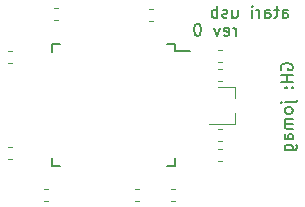
<source format=gbr>
G04 #@! TF.GenerationSoftware,KiCad,Pcbnew,5.1.6-c6e7f7d~86~ubuntu20.04.1*
G04 #@! TF.CreationDate,2020-05-29T14:13:17+02:00*
G04 #@! TF.ProjectId,atari-usb,61746172-692d-4757-9362-2e6b69636164,rev?*
G04 #@! TF.SameCoordinates,Original*
G04 #@! TF.FileFunction,Legend,Bot*
G04 #@! TF.FilePolarity,Positive*
%FSLAX46Y46*%
G04 Gerber Fmt 4.6, Leading zero omitted, Abs format (unit mm)*
G04 Created by KiCad (PCBNEW 5.1.6-c6e7f7d~86~ubuntu20.04.1) date 2020-05-29 14:13:17*
%MOMM*%
%LPD*%
G01*
G04 APERTURE LIST*
%ADD10C,0.150000*%
%ADD11C,0.120000*%
G04 APERTURE END LIST*
D10*
X150843904Y-77033380D02*
X150843904Y-76509571D01*
X150891523Y-76414333D01*
X150986761Y-76366714D01*
X151177238Y-76366714D01*
X151272476Y-76414333D01*
X150843904Y-76985761D02*
X150939142Y-77033380D01*
X151177238Y-77033380D01*
X151272476Y-76985761D01*
X151320095Y-76890523D01*
X151320095Y-76795285D01*
X151272476Y-76700047D01*
X151177238Y-76652428D01*
X150939142Y-76652428D01*
X150843904Y-76604809D01*
X150510571Y-76366714D02*
X150129619Y-76366714D01*
X150367714Y-76033380D02*
X150367714Y-76890523D01*
X150320095Y-76985761D01*
X150224857Y-77033380D01*
X150129619Y-77033380D01*
X149367714Y-77033380D02*
X149367714Y-76509571D01*
X149415333Y-76414333D01*
X149510571Y-76366714D01*
X149701047Y-76366714D01*
X149796285Y-76414333D01*
X149367714Y-76985761D02*
X149462952Y-77033380D01*
X149701047Y-77033380D01*
X149796285Y-76985761D01*
X149843904Y-76890523D01*
X149843904Y-76795285D01*
X149796285Y-76700047D01*
X149701047Y-76652428D01*
X149462952Y-76652428D01*
X149367714Y-76604809D01*
X148891523Y-77033380D02*
X148891523Y-76366714D01*
X148891523Y-76557190D02*
X148843904Y-76461952D01*
X148796285Y-76414333D01*
X148701047Y-76366714D01*
X148605809Y-76366714D01*
X148272476Y-77033380D02*
X148272476Y-76366714D01*
X148272476Y-76033380D02*
X148320095Y-76081000D01*
X148272476Y-76128619D01*
X148224857Y-76081000D01*
X148272476Y-76033380D01*
X148272476Y-76128619D01*
X146605809Y-76366714D02*
X146605809Y-77033380D01*
X147034380Y-76366714D02*
X147034380Y-76890523D01*
X146986761Y-76985761D01*
X146891523Y-77033380D01*
X146748666Y-77033380D01*
X146653428Y-76985761D01*
X146605809Y-76938142D01*
X146177238Y-76985761D02*
X146082000Y-77033380D01*
X145891523Y-77033380D01*
X145796285Y-76985761D01*
X145748666Y-76890523D01*
X145748666Y-76842904D01*
X145796285Y-76747666D01*
X145891523Y-76700047D01*
X146034380Y-76700047D01*
X146129619Y-76652428D01*
X146177238Y-76557190D01*
X146177238Y-76509571D01*
X146129619Y-76414333D01*
X146034380Y-76366714D01*
X145891523Y-76366714D01*
X145796285Y-76414333D01*
X145320095Y-77033380D02*
X145320095Y-76033380D01*
X145320095Y-76414333D02*
X145224857Y-76366714D01*
X145034380Y-76366714D01*
X144939142Y-76414333D01*
X144891523Y-76461952D01*
X144843904Y-76557190D01*
X144843904Y-76842904D01*
X144891523Y-76938142D01*
X144939142Y-76985761D01*
X145034380Y-77033380D01*
X145224857Y-77033380D01*
X145320095Y-76985761D01*
X146899095Y-78557380D02*
X146899095Y-77890714D01*
X146899095Y-78081190D02*
X146851476Y-77985952D01*
X146803857Y-77938333D01*
X146708619Y-77890714D01*
X146613380Y-77890714D01*
X145899095Y-78509761D02*
X145994333Y-78557380D01*
X146184809Y-78557380D01*
X146280047Y-78509761D01*
X146327666Y-78414523D01*
X146327666Y-78033571D01*
X146280047Y-77938333D01*
X146184809Y-77890714D01*
X145994333Y-77890714D01*
X145899095Y-77938333D01*
X145851476Y-78033571D01*
X145851476Y-78128809D01*
X146327666Y-78224047D01*
X145518142Y-77890714D02*
X145280047Y-78557380D01*
X145041952Y-77890714D01*
X143708619Y-77557380D02*
X143613380Y-77557380D01*
X143518142Y-77605000D01*
X143470523Y-77652619D01*
X143422904Y-77747857D01*
X143375285Y-77938333D01*
X143375285Y-78176428D01*
X143422904Y-78366904D01*
X143470523Y-78462142D01*
X143518142Y-78509761D01*
X143613380Y-78557380D01*
X143708619Y-78557380D01*
X143803857Y-78509761D01*
X143851476Y-78462142D01*
X143899095Y-78366904D01*
X143946714Y-78176428D01*
X143946714Y-77938333D01*
X143899095Y-77747857D01*
X143851476Y-77652619D01*
X143803857Y-77605000D01*
X143708619Y-77557380D01*
X150757000Y-81439142D02*
X150709380Y-81343904D01*
X150709380Y-81201047D01*
X150757000Y-81058190D01*
X150852238Y-80962952D01*
X150947476Y-80915333D01*
X151137952Y-80867714D01*
X151280809Y-80867714D01*
X151471285Y-80915333D01*
X151566523Y-80962952D01*
X151661761Y-81058190D01*
X151709380Y-81201047D01*
X151709380Y-81296285D01*
X151661761Y-81439142D01*
X151614142Y-81486761D01*
X151280809Y-81486761D01*
X151280809Y-81296285D01*
X151709380Y-81915333D02*
X150709380Y-81915333D01*
X151185571Y-81915333D02*
X151185571Y-82486761D01*
X151709380Y-82486761D02*
X150709380Y-82486761D01*
X151614142Y-82962952D02*
X151661761Y-83010571D01*
X151709380Y-82962952D01*
X151661761Y-82915333D01*
X151614142Y-82962952D01*
X151709380Y-82962952D01*
X151090333Y-82962952D02*
X151137952Y-83010571D01*
X151185571Y-82962952D01*
X151137952Y-82915333D01*
X151090333Y-82962952D01*
X151185571Y-82962952D01*
X151042714Y-84201047D02*
X151899857Y-84201047D01*
X151995095Y-84153428D01*
X152042714Y-84058190D01*
X152042714Y-84010571D01*
X150709380Y-84201047D02*
X150757000Y-84153428D01*
X150804619Y-84201047D01*
X150757000Y-84248666D01*
X150709380Y-84201047D01*
X150804619Y-84201047D01*
X151709380Y-84820095D02*
X151661761Y-84724857D01*
X151614142Y-84677238D01*
X151518904Y-84629619D01*
X151233190Y-84629619D01*
X151137952Y-84677238D01*
X151090333Y-84724857D01*
X151042714Y-84820095D01*
X151042714Y-84962952D01*
X151090333Y-85058190D01*
X151137952Y-85105809D01*
X151233190Y-85153428D01*
X151518904Y-85153428D01*
X151614142Y-85105809D01*
X151661761Y-85058190D01*
X151709380Y-84962952D01*
X151709380Y-84820095D01*
X151709380Y-85582000D02*
X151042714Y-85582000D01*
X151137952Y-85582000D02*
X151090333Y-85629619D01*
X151042714Y-85724857D01*
X151042714Y-85867714D01*
X151090333Y-85962952D01*
X151185571Y-86010571D01*
X151709380Y-86010571D01*
X151185571Y-86010571D02*
X151090333Y-86058190D01*
X151042714Y-86153428D01*
X151042714Y-86296285D01*
X151090333Y-86391523D01*
X151185571Y-86439142D01*
X151709380Y-86439142D01*
X151709380Y-87343904D02*
X151185571Y-87343904D01*
X151090333Y-87296285D01*
X151042714Y-87201047D01*
X151042714Y-87010571D01*
X151090333Y-86915333D01*
X151661761Y-87343904D02*
X151709380Y-87248666D01*
X151709380Y-87010571D01*
X151661761Y-86915333D01*
X151566523Y-86867714D01*
X151471285Y-86867714D01*
X151376047Y-86915333D01*
X151328428Y-87010571D01*
X151328428Y-87248666D01*
X151280809Y-87343904D01*
X151042714Y-88248666D02*
X151852238Y-88248666D01*
X151947476Y-88201047D01*
X151995095Y-88153428D01*
X152042714Y-88058190D01*
X152042714Y-87915333D01*
X151995095Y-87820095D01*
X151661761Y-88248666D02*
X151709380Y-88153428D01*
X151709380Y-87962952D01*
X151661761Y-87867714D01*
X151614142Y-87820095D01*
X151518904Y-87772476D01*
X151233190Y-87772476D01*
X151137952Y-87820095D01*
X151090333Y-87867714D01*
X151042714Y-87962952D01*
X151042714Y-88153428D01*
X151090333Y-88248666D01*
D11*
X145730279Y-79754000D02*
X145404721Y-79754000D01*
X145730279Y-80774000D02*
X145404721Y-80774000D01*
X139537221Y-77345000D02*
X139862779Y-77345000D01*
X139537221Y-76325000D02*
X139862779Y-76325000D01*
X138394221Y-92585000D02*
X138719779Y-92585000D01*
X138394221Y-91565000D02*
X138719779Y-91565000D01*
X131536221Y-77218000D02*
X131861779Y-77218000D01*
X131536221Y-76198000D02*
X131861779Y-76198000D01*
X130647221Y-92585000D02*
X130972779Y-92585000D01*
X130647221Y-91565000D02*
X130972779Y-91565000D01*
X145730279Y-88136000D02*
X145404721Y-88136000D01*
X145730279Y-89156000D02*
X145404721Y-89156000D01*
X127599221Y-80901000D02*
X127924779Y-80901000D01*
X127599221Y-79881000D02*
X127924779Y-79881000D01*
X127599221Y-89029000D02*
X127924779Y-89029000D01*
X127599221Y-88009000D02*
X127924779Y-88009000D01*
X146810000Y-82875000D02*
X146810000Y-83805000D01*
X146810000Y-86035000D02*
X146810000Y-85105000D01*
X146810000Y-86035000D02*
X144650000Y-86035000D01*
X146810000Y-82875000D02*
X145350000Y-82875000D01*
X141767779Y-91565000D02*
X141442221Y-91565000D01*
X141767779Y-92585000D02*
X141442221Y-92585000D01*
X145404721Y-82425000D02*
X145730279Y-82425000D01*
X145404721Y-81405000D02*
X145730279Y-81405000D01*
X145404721Y-87505000D02*
X145730279Y-87505000D01*
X145404721Y-86485000D02*
X145730279Y-86485000D01*
D10*
X141700000Y-79280000D02*
X141700000Y-79855000D01*
X131350000Y-79280000D02*
X131350000Y-79955000D01*
X131350000Y-89630000D02*
X131350000Y-88955000D01*
X141700000Y-89630000D02*
X141700000Y-88955000D01*
X141700000Y-79280000D02*
X141025000Y-79280000D01*
X141700000Y-89630000D02*
X141025000Y-89630000D01*
X131350000Y-89630000D02*
X132025000Y-89630000D01*
X131350000Y-79280000D02*
X132025000Y-79280000D01*
X141700000Y-79855000D02*
X142975000Y-79855000D01*
M02*

</source>
